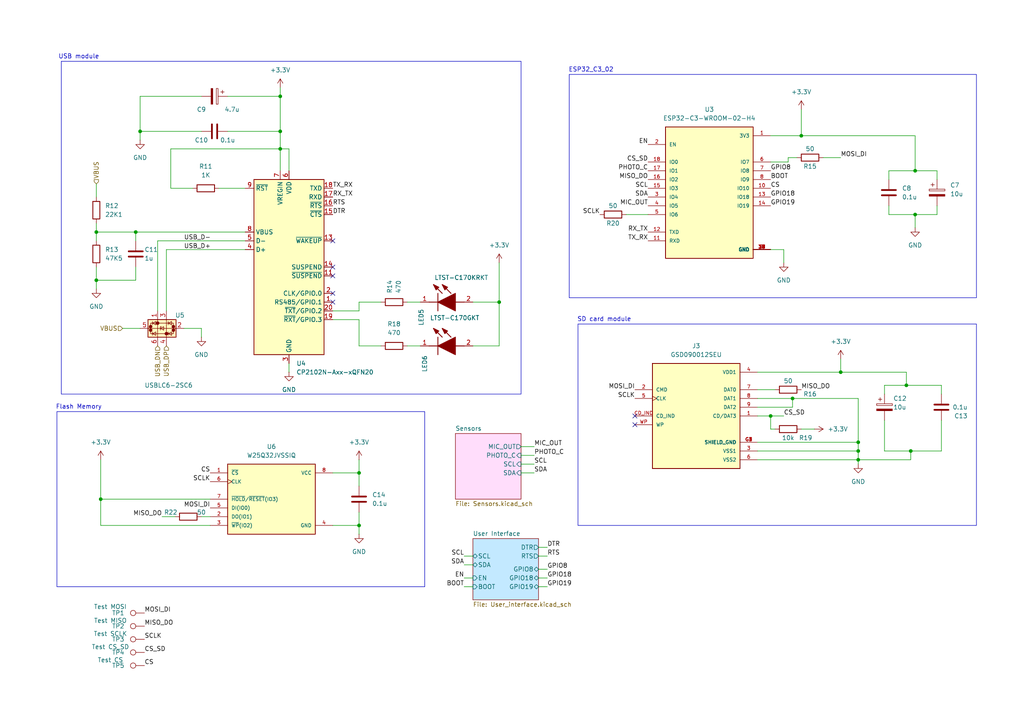
<source format=kicad_sch>
(kicad_sch (version 20250114) (generator "eeschema") (generator_version "9.0")
  (paper "A4")
  (title_block (title "ESP32 Cs, USB and flash memory"))
  (lib_symbols
    (symbol "Connector:TestPoint" (pin_numbers (hide yes)) (pin_names (offset 0.762) (hide yes))
      (property "Reference" "TP" (at 0 6.858 0))
      (property "Value" "TestPoint" (at 0 5.08 0))
      (symbol "TestPoint_0_1"
        (circle (center 0 3.302) (radius 0.762))
      )
      (symbol "TestPoint_1_1"
        (pin passive line (at 0 0 90) (length 2.54) (name "1") (number "1"))
      )
    )
    (symbol "Device:C" (pin_numbers (hide yes)) (pin_names (offset 0.254))
      (property "Reference" "C" (at 0.635 2.54 0))
      (property "Value" "C" (at 0.635 -2.54 0))
      (symbol "C_0_1"
        (polyline (pts (xy -2.032 0.762) (xy 2.032 0.762)) (stroke (width 0.508)))
        (polyline (pts (xy -2.032 -0.762) (xy 2.032 -0.762)) (stroke (width 0.508)))
      )
      (symbol "C_1_1"
        (pin passive line (at 0 3.81 270) (length 2.794) (name "~") (number "1"))
        (pin passive line (at 0 -3.81 90) (length 2.794) (name "~") (number "2"))
      )
    )
    (symbol "Device:C_Polarized" (pin_numbers (hide yes)) (pin_names (offset 0.254))
      (property "Reference" "C" (at 0.635 2.54 0))
      (property "Value" "C_Polarized" (at 0.635 -2.54 0))
      (symbol "C_Polarized_0_1"
        (rectangle (start -2.286 0.508) (end 2.286 1.016))
        (polyline (pts (xy -1.778 2.286) (xy -0.762 2.286)))
        (polyline (pts (xy -1.27 2.794) (xy -1.27 1.778)))
        (rectangle (start 2.286 -0.508) (end -2.286 -1.016) (fill (type outline)))
      )
      (symbol "C_Polarized_1_1"
        (pin passive line (at 0 3.81 270) (length 2.794) (name "~") (number "1"))
        (pin passive line (at 0 -3.81 90) (length 2.794) (name "~") (number "2"))
      )
    )
    (symbol "Device:R" (pin_numbers (hide yes)) (pin_names (offset 0))
      (property "Reference" "R" (at 2.032 0 90))
      (property "Value" "R" (at 0 0 90))
      (symbol "R_0_1"
        (rectangle (start -1.016 -2.54) (end 1.016 2.54) (stroke (width 0.254)))
      )
      (symbol "R_1_1"
        (pin passive line (at 0 3.81 270) (length 1.27) (name "~") (number "1"))
        (pin passive line (at 0 -3.81 90) (length 1.27) (name "~") (number "2"))
      )
    )
    (symbol "ESP32-C3-WROOM-02-H4:ESP32-C3-WROOM-02-H4" (pin_names (offset 1.016))
      (property "Reference" "U" (at -12.7 21.082 0))
      (property "Value" "ESP32-C3-WROOM-02-H4" (at -12.7 -18.542 0))
      (symbol "ESP32-C3-WROOM-02-H4_0_0"
        (rectangle (start -12.7 -17.78) (end 12.7 20.32) (stroke (width 0.254)) (fill (type background)))
        (pin input line (at -17.78 15.24 0) (length 5.08) (name "EN") (number "2"))
        (pin bidirectional line (at -17.78 10.16 0) (length 5.08) (name "IO0") (number "18"))
        (pin bidirectional line (at -17.78 7.62 0) (length 5.08) (name "IO1") (number "17"))
        (pin bidirectional line (at -17.78 5.08 0) (length 5.08) (name "IO2") (number "16"))
        (pin bidirectional line (at -17.78 2.54 0) (length 5.08) (name "IO3") (number "15"))
        (pin bidirectional line (at -17.78 0 0) (length 5.08) (name "IO4") (number "3"))
        (pin bidirectional line (at -17.78 -2.54 0) (length 5.08) (name "IO5") (number "4"))
        (pin bidirectional line (at -17.78 -5.08 0) (length 5.08) (name "IO6") (number "5"))
        (pin bidirectional line (at -17.78 -10.16 0) (length 5.08) (name "TXD") (number "12"))
        (pin bidirectional line (at -17.78 -12.7 0) (length 5.08) (name "RXD") (number "11"))
        (pin power_in line (at 17.78 17.78 180) (length 5.08) (name "3V3") (number "1"))
        (pin bidirectional line (at 17.78 10.16 180) (length 5.08) (name "IO7") (number "6"))
        (pin bidirectional line (at 17.78 7.62 180) (length 5.08) (name "IO8") (number "7"))
        (pin bidirectional line (at 17.78 5.08 180) (length 5.08) (name "IO9") (number "8"))
        (pin bidirectional line (at 17.78 2.54 180) (length 5.08) (name "IO10") (number "10"))
        (pin bidirectional line (at 17.78 0 180) (length 5.08) (name "IO18") (number "13"))
        (pin bidirectional line (at 17.78 -2.54 180) (length 5.08) (name "IO19") (number "14"))
        (pin power_in line (at 17.78 -15.24 180) (length 5.08) (name "GND") (number "19"))
        (pin power_in line (at 17.78 -15.24 180) (length 5.08) (name "GND") (number "20"))
        (pin power_in line (at 17.78 -15.24 180) (length 5.08) (name "GND") (number "21"))
        (pin power_in line (at 17.78 -15.24 180) (length 5.08) (name "GND") (number "22"))
        (pin power_in line (at 17.78 -15.24 180) (length 5.08) (name "GND") (number "23"))
        (pin power_in line (at 17.78 -15.24 180) (length 5.08) (name "GND") (number "24"))
        (pin power_in line (at 17.78 -15.24 180) (length 5.08) (name "GND") (number "25"))
        (pin power_in line (at 17.78 -15.24 180) (length 5.08) (name "GND") (number "26"))
        (pin power_in line (at 17.78 -15.24 180) (length 5.08) (name "GND") (number "27"))
        (pin power_in line (at 17.78 -15.24 180) (length 5.08) (name "GND") (number "28"))
        (pin power_in line (at 17.78 -15.24 180) (length 5.08) (name "GND") (number "29"))
        (pin power_in line (at 17.78 -15.24 180) (length 5.08) (name "GND") (number "30"))
        (pin power_in line (at 17.78 -15.24 180) (length 5.08) (name "GND") (number "31"))
        (pin power_in line (at 17.78 -15.24 180) (length 5.08) (name "GND") (number "32"))
        (pin power_in line (at 17.78 -15.24 180) (length 5.08) (name "GND") (number "33"))
        (pin power_in line (at 17.78 -15.24 180) (length 5.08) (name "GND") (number "34"))
        (pin power_in line (at 17.78 -15.24 180) (length 5.08) (name "GND") (number "35"))
        (pin power_in line (at 17.78 -15.24 180) (length 5.08) (name "GND") (number "36"))
        (pin power_in line (at 17.78 -15.24 180) (length 5.08) (name "GND") (number "37"))
        (pin power_in line (at 17.78 -15.24 180) (length 5.08) (name "GND") (number "38"))
        (pin power_in line (at 17.78 -15.24 180) (length 5.08) (name "GND") (number "39"))
        (pin power_in line (at 17.78 -15.24 180) (length 5.08) (name "GND") (number "9"))
      )
    )
    (symbol "GSD090012SEU:GSD090012SEU" (pin_names (offset 1.016))
      (property "Reference" "J" (at -12.7 16.002 0))
      (property "Value" "GSD090012SEU" (at -12.7 -17.78 0))
      (symbol "GSD090012SEU_0_0"
        (rectangle (start -12.7 -15.24) (end 12.7 15.24) (stroke (width 0.254)) (fill (type background)))
        (pin bidirectional line (at -17.78 7.62 0) (length 5.08) (name "CMD") (number "2"))
        (pin bidirectional clock (at -17.78 5.08 0) (length 5.08) (name "CLK") (number "5"))
        (pin passive line (at -17.78 0 0) (length 5.08) (name "CD_IND") (number "CD_IND"))
        (pin passive line (at -17.78 -2.54 0) (length 5.08) (name "WP") (number "WP"))
        (pin power_in line (at 17.78 12.7 180) (length 5.08) (name "VDD1") (number "4"))
        (pin bidirectional line (at 17.78 7.62 180) (length 5.08) (name "DAT0") (number "7"))
        (pin bidirectional line (at 17.78 5.08 180) (length 5.08) (name "DAT1") (number "8"))
        (pin bidirectional line (at 17.78 2.54 180) (length 5.08) (name "DAT2") (number "9"))
        (pin bidirectional line (at 17.78 0 180) (length 5.08) (name "CD/DAT3") (number "1"))
        (pin power_in line (at 17.78 -7.62 180) (length 5.08) (name "SHIELD_GND") (number "G1"))
        (pin power_in line (at 17.78 -7.62 180) (length 5.08) (name "SHIELD_GND") (number "G2"))
        (pin power_in line (at 17.78 -7.62 180) (length 5.08) (name "SHIELD_GND") (number "G3"))
        (pin power_in line (at 17.78 -7.62 180) (length 5.08) (name "SHIELD_GND") (number "G4"))
        (pin power_in line (at 17.78 -10.16 180) (length 5.08) (name "VSS1") (number "3"))
        (pin power_in line (at 17.78 -12.7 180) (length 5.08) (name "VSS2") (number "6"))
      )
    )
    (symbol "Interface_USB:CP2102N-Axx-xQFN20"
      (property "Reference" "U" (at -8.89 26.67 0))
      (property "Value" "CP2102N-Axx-xQFN20" (at 12.7 26.67 0))
      (symbol "CP2102N-Axx-xQFN20_0_1"
        (rectangle (start -10.16 25.4) (end 10.16 -25.4) (stroke (width 0.254)) (fill (type background)))
      )
      (symbol "CP2102N-Axx-xQFN20_1_1"
        (pin input line (at -12.7 22.86 0) (length 2.54) (name "~{RST}") (number "9"))
        (pin input line (at -12.7 10.16 0) (length 2.54) (name "VBUS") (number "8"))
        (pin bidirectional line (at -12.7 7.62 0) (length 2.54) (name "D-") (number "5"))
        (pin bidirectional line (at -12.7 5.08 0) (length 2.54) (name "D+") (number "4"))
        (pin no_connect line (at -10.16 -22.86 0) (length 2.54) (hide yes) (name "NC") (number "10"))
        (pin power_in line (at -2.54 27.94 270) (length 2.54) (name "VREGIN") (number "7"))
        (pin power_in line (at 0 27.94 270) (length 2.54) (name "VDD") (number "6"))
        (pin passive line (at 0 -27.94 90) (length 2.54) (hide yes) (name "GND") (number "12"))
        (pin passive line (at 0 -27.94 90) (length 2.54) (hide yes) (name "GND") (number "21"))
        (pin power_in line (at 0 -27.94 90) (length 2.54) (name "GND") (number "3"))
        (pin output line (at 12.7 22.86 180) (length 2.54) (name "TXD") (number "18"))
        (pin input line (at 12.7 20.32 180) (length 2.54) (name "RXD") (number "17"))
        (pin output line (at 12.7 17.78 180) (length 2.54) (name "~{RTS}") (number "16"))
        (pin input line (at 12.7 15.24 180) (length 2.54) (name "~{CTS}") (number "15"))
        (pin input line (at 12.7 7.62 180) (length 2.54) (name "~{WAKEUP}") (number "13"))
        (pin output line (at 12.7 0 180) (length 2.54) (name "SUSPEND") (number "14"))
        (pin output line (at 12.7 -2.54 180) (length 2.54) (name "~{SUSPEND}") (number "11"))
        (pin bidirectional line (at 12.7 -7.62 180) (length 2.54) (name "CLK/GPIO.0") (number "2"))
        (pin bidirectional line (at 12.7 -10.16 180) (length 2.54) (name "RS485/GPIO.1") (number "1"))
        (pin bidirectional line (at 12.7 -12.7 180) (length 2.54) (name "~{TXT}/GPIO.2") (number "20"))
        (pin bidirectional line (at 12.7 -15.24 180) (length 2.54) (name "~{RXT}/GPIO.3") (number "19"))
      )
    )
    (symbol "LTST-C170GKT:LTST-C170GKT" (pin_names (hide yes))
      (property "Reference" "LED" (at 12.7 8.89 0))
      (property "Value" "LTST-C170GKT" (at 12.7 6.35 0))
      (symbol "LTST-C170GKT_1_1"
        (polyline (pts (xy 2.54 0) (xy 5.08 0)) (stroke (width 0.254)))
        (polyline (pts (xy 5.08 2.54) (xy 5.08 -2.54)) (stroke (width 0.254)))
        (polyline (pts (xy 5.08 0) (xy 10.16 2.54) (xy 10.16 -2.54) (xy 5.08 0)) (stroke (width 0.254)) (fill (type outline)))
        (polyline (pts (xy 5.334 4.318) (xy 4.572 3.556) (xy 3.81 5.08) (xy 5.334 4.318)) (stroke (width 0.254)) (fill (type outline)))
        (polyline (pts (xy 6.35 2.54) (xy 3.81 5.08)) (stroke (width 0.254)))
        (polyline (pts (xy 7.874 4.318) (xy 7.112 3.556) (xy 6.35 5.08) (xy 7.874 4.318)) (stroke (width 0.254)) (fill (type outline)))
        (polyline (pts (xy 8.89 2.54) (xy 6.35 5.08)) (stroke (width 0.254)))
        (polyline (pts (xy 10.16 0) (xy 12.7 0)) (stroke (width 0.254)))
        (pin passive line (at 0 0 0) (length 2.54) (name "K") (number "1"))
        (pin passive line (at 15.24 0 180) (length 2.54) (name "A") (number "2"))
      )
    )
    (symbol "LTST-C170KRKT:LTST-C170KRKT" (pin_names (hide yes))
      (property "Reference" "LED" (at 12.7 8.89 0))
      (property "Value" "LTST-C170KRKT" (at 12.7 6.35 0))
      (symbol "LTST-C170KRKT_1_1"
        (polyline (pts (xy 2.54 0) (xy 5.08 0)) (stroke (width 0.254)))
        (polyline (pts (xy 5.08 2.54) (xy 5.08 -2.54)) (stroke (width 0.254)))
        (polyline (pts (xy 5.08 0) (xy 10.16 2.54) (xy 10.16 -2.54) (xy 5.08 0)) (stroke (width 0.254)) (fill (type outline)))
        (polyline (pts (xy 5.334 4.318) (xy 4.572 3.556) (xy 3.81 5.08) (xy 5.334 4.318)) (stroke (width 0.254)) (fill (type outline)))
        (polyline (pts (xy 6.35 2.54) (xy 3.81 5.08)) (stroke (width 0.254)))
        (polyline (pts (xy 7.874 4.318) (xy 7.112 3.556) (xy 6.35 5.08) (xy 7.874 4.318)) (stroke (width 0.254)) (fill (type outline)))
        (polyline (pts (xy 8.89 2.54) (xy 6.35 5.08)) (stroke (width 0.254)))
        (polyline (pts (xy 10.16 0) (xy 12.7 0)) (stroke (width 0.254)))
        (pin passive line (at 0 0 0) (length 2.54) (name "K") (number "1"))
        (pin passive line (at 15.24 0 180) (length 2.54) (name "A") (number "2"))
      )
    )
    (symbol "Power_Protection:USBLC6-2SC6" (pin_names (hide yes))
      (property "Reference" "U" (at 0.635 5.715 0))
      (property "Value" "USBLC6-2SC6" (at 0.635 3.81 0))
      (symbol "USBLC6-2SC6_0_0"
        (circle (center -1.524 0) (radius 0.0001) (stroke (width 0.508)))
        (circle (center -0.508 2.032) (radius 0.0001) (stroke (width 0.508)))
        (circle (center -0.508 -4.572) (radius 0.0001) (stroke (width 0.508)))
        (circle (center 0.508 2.032) (radius 0.0001) (stroke (width 0.508)))
        (circle (center 0.508 -4.572) (radius 0.0001) (stroke (width 0.508)))
        (circle (center 1.524 -2.54) (radius 0.0001) (stroke (width 0.508)))
      )
      (symbol "USBLC6-2SC6_0_1"
        (polyline (pts (xy -2.54 0) (xy 2.54 0)))
        (polyline (pts (xy -2.54 -2.54) (xy 2.54 -2.54)))
        (polyline (pts (xy -2.032 0.508) (xy -1.016 0.508) (xy -1.524 1.524) (xy -2.032 0.508)))
        (polyline (pts (xy -2.032 -3.048) (xy -1.016 -3.048)))
        (polyline (pts (xy -1.016 1.524) (xy -2.032 1.524)))
        (polyline (pts (xy -1.016 -4.064) (xy -2.032 -4.064) (xy -1.524 -3.048) (xy -1.016 -4.064)))
        (polyline (pts (xy -0.508 -1.143) (xy -0.508 -0.762) (xy 0.508 -0.762)))
        (polyline (pts (xy 0 2.54) (xy -0.508 2.032) (xy 0.508 2.032) (xy 0 1.524) (xy 0 -4.064) (xy -0.508 -4.572) (xy 0.508 -4.572) (xy 0 -5.08)))
        (polyline (pts (xy 0.508 -1.778) (xy -0.508 -1.778) (xy 0 -0.762) (xy 0.508 -1.778)))
        (polyline (pts (xy 1.016 1.524) (xy 2.032 1.524)))
        (polyline (pts (xy 1.016 -3.048) (xy 2.032 -3.048)))
        (polyline (pts (xy 2.032 0.508) (xy 1.016 0.508) (xy 1.524 1.524) (xy 2.032 0.508)))
        (polyline (pts (xy 2.032 -4.064) (xy 1.016 -4.064) (xy 1.524 -3.048) (xy 2.032 -4.064)))
      )
      (symbol "USBLC6-2SC6_1_1"
        (rectangle (start -2.54 2.794) (end 2.54 -5.334) (stroke (width 0.254)) (fill (type background)))
        (polyline (pts (xy -0.508 2.032) (xy -1.524 2.032) (xy -1.524 -4.572) (xy -0.508 -4.572)))
        (polyline (pts (xy 0.508 -4.572) (xy 1.524 -4.572) (xy 1.524 2.032) (xy 0.508 2.032)))
        (pin passive line (at -5.08 0 0) (length 2.54) (name "I/O1") (number "1"))
        (pin passive line (at -5.08 -2.54 0) (length 2.54) (name "I/O2") (number "3"))
        (pin passive line (at 0 5.08 270) (length 2.54) (name "VBUS") (number "5"))
        (pin passive line (at 0 -7.62 90) (length 2.54) (name "GND") (number "2"))
        (pin passive line (at 5.08 0 180) (length 2.54) (name "I/O1") (number "6"))
        (pin passive line (at 5.08 -2.54 180) (length 2.54) (name "I/O2") (number "4"))
      )
    )
    (symbol "W25Q32JVSSIQ:W25Q32JVSSIQ" (pin_names (offset 1.016))
      (property "Reference" "U" (at -12.4723 10.945 0))
      (property "Value" "W25Q32JVSSIQ" (at -12.4744 -12.2198 0))
      (symbol "W25Q32JVSSIQ_0_0"
        (rectangle (start -12.7 -10.16) (end 12.7 10.16) (stroke (width 0.254)) (fill (type background)))
        (pin input line (at -17.78 7.62 0) (length 5.08) (name "~{CS}") (number "1"))
        (pin input clock (at -17.78 5.08 0) (length 5.08) (name "CLK") (number "6"))
        (pin bidirectional line (at -17.78 0 0) (length 5.08) (name "~{HOLD}/~{RESET}(IO3)") (number "7"))
        (pin bidirectional line (at -17.78 -2.54 0) (length 5.08) (name "DI(IO0)") (number "5"))
        (pin bidirectional line (at -17.78 -5.08 0) (length 5.08) (name "DO(IO1)") (number "2"))
        (pin bidirectional line (at -17.78 -7.62 0) (length 5.08) (name "~{WP}(IO2)") (number "3"))
        (pin power_in line (at 17.78 7.62 180) (length 5.08) (name "VCC") (number "8"))
        (pin power_in line (at 17.78 -7.62 180) (length 5.08) (name "GND") (number "4"))
      )
    )
    (symbol "power:+3.3V" (power) (pin_numbers (hide yes)) (pin_names (offset 0) (hide yes))
      (property "Value" "+3.3V" (at 0 3.556 0))
      (symbol "+3.3V_0_1"
        (polyline (pts (xy -0.762 1.27) (xy 0 2.54)))
        (polyline (pts (xy 0 2.54) (xy 0.762 1.27)))
        (polyline (pts (xy 0 0) (xy 0 2.54)))
      )
      (symbol "+3.3V_1_1"
        (pin power_in line (at 0 0 90) (length 0) (name "~") (number "1"))
      )
    )
    (symbol "power:GND" (power) (pin_numbers (hide yes)) (pin_names (offset 0) (hide yes))
      (property "Value" "GND" (at 0 -3.81 0))
      (symbol "GND_0_1"
        (polyline (pts (xy 0 0) (xy 0 -1.27) (xy 1.27 -1.27) (xy 0 -2.54) (xy -1.27 -1.27) (xy 0 -1.27)))
      )
      (symbol "GND_1_1"
        (pin power_in line (at 0 0 270) (length 0) (name "~") (number "1"))
      )
    )
  )
  (rectangle (start 167.64 93.98) (end 283.21 152.4))
  (rectangle (start 17.78 17.78) (end 151.13 114.3))
  (rectangle (start 16.51 119.38) (end 123.19 170.18))
  (rectangle (start 165.1 21.59) (end 283.21 86.36))
  (text "Flash Memory" (at 22.86 118.11 0) (effects (font (size 1.27 1.27))))
  (text "ESP32_C3_02\n" (at 171.45 20.32 0) (effects (font (size 1.27 1.27))))
  (text "SD card module\n" (at 175.26 92.71 0) (effects (font (size 1.27 1.27))))
  (text "USB module" (at 22.86 16.51 0) (effects (font (size 1.27 1.27))))
  (junction (at 81.28 43.18))
  (junction (at 81.28 38.1))
  (junction (at 232.41 39.37))
  (junction (at 144.78 87.63))
  (junction (at 27.94 81.28))
  (junction (at 265.43 49.53))
  (junction (at 243.84 107.95))
  (junction (at 223.52 120.65))
  (junction (at 104.14 137.16))
  (junction (at 229.87 115.57))
  (junction (at 248.92 130.81))
  (junction (at 40.64 38.1))
  (junction (at 265.43 62.23))
  (junction (at 264.16 130.81))
  (junction (at 248.92 133.35))
  (junction (at 39.37 67.31))
  (junction (at 262.89 111.76))
  (junction (at 81.28 27.94))
  (junction (at 104.14 152.4))
  (junction (at 29.21 144.78))
  (junction (at 248.92 128.27))
  (junction (at 27.94 67.31))
  (no_connect (at 96.52 87.63))
  (no_connect (at 96.52 77.47))
  (no_connect (at 96.52 69.85))
  (no_connect (at 96.52 80.01))
  (no_connect (at 184.15 120.65))
  (no_connect (at 184.15 123.19))
  (no_connect (at 96.52 85.09))
  (wire (pts (xy 81.28 43.18) (xy 81.28 49.53)))
  (wire (pts (xy 110.49 87.63) (xy 104.14 87.63)))
  (wire (pts (xy 257.81 62.23) (xy 265.43 62.23)))
  (wire (pts (xy 40.64 38.1) (xy 40.64 40.64)))
  (wire (pts (xy 53.34 95.25) (xy 58.42 95.25)))
  (wire (pts (xy 264.16 130.81) (xy 273.05 130.81)))
  (wire (pts (xy 104.14 137.16) (xy 104.14 140.97)))
  (wire (pts (xy 262.89 107.95) (xy 262.89 111.76)))
  (wire (pts (xy 264.16 130.81) (xy 264.16 133.35)))
  (wire (pts (xy 144.78 87.63) (xy 144.78 100.33)))
  (wire (pts (xy 66.04 27.94) (xy 81.28 27.94)))
  (wire (pts (xy 223.52 39.37) (xy 232.41 39.37)))
  (wire (pts (xy 27.94 53.34) (xy 27.94 57.15)))
  (wire (pts (xy 232.41 39.37) (xy 265.43 39.37)))
  (wire (pts (xy 181.61 62.23) (xy 187.96 62.23)))
  (wire (pts (xy 228.6 45.72) (xy 231.14 45.72)))
  (wire (pts (xy 96.52 137.16) (xy 104.14 137.16)))
  (wire (pts (xy 232.41 124.46) (xy 236.22 124.46)))
  (wire (pts (xy 104.14 87.63) (xy 104.14 90.17)))
  (wire (pts (xy 156.21 158.75) (xy 158.75 158.75)))
  (wire (pts (xy 219.71 130.81) (xy 248.92 130.81)))
  (wire (pts (xy 58.42 149.86) (xy 60.96 149.86)))
  (wire (pts (xy 232.41 31.75) (xy 232.41 39.37)))
  (wire (pts (xy 219.71 133.35) (xy 248.92 133.35)))
  (wire (pts (xy 45.72 90.17) (xy 45.72 69.85)))
  (wire (pts (xy 229.87 115.57) (xy 248.92 115.57)))
  (wire (pts (xy 151.13 132.08) (xy 154.94 132.08)))
  (wire (pts (xy 144.78 76.2) (xy 144.78 87.63)))
  (wire (pts (xy 27.94 81.28) (xy 27.94 83.82)))
  (wire (pts (xy 39.37 67.31) (xy 71.12 67.31)))
  (wire (pts (xy 134.62 163.83) (xy 137.16 163.83)))
  (wire (pts (xy 273.05 114.3) (xy 273.05 111.76)))
  (wire (pts (xy 81.28 27.94) (xy 81.28 38.1)))
  (wire (pts (xy 48.26 90.17) (xy 48.26 72.39)))
  (wire (pts (xy 156.21 170.18) (xy 158.75 170.18)))
  (wire (pts (xy 219.71 128.27) (xy 248.92 128.27)))
  (wire (pts (xy 257.81 52.07) (xy 257.81 49.53)))
  (wire (pts (xy 223.52 46.99) (xy 228.6 46.99)))
  (wire (pts (xy 46.99 149.86) (xy 50.8 149.86)))
  (wire (pts (xy 265.43 62.23) (xy 271.78 62.23)))
  (wire (pts (xy 45.72 69.85) (xy 71.12 69.85)))
  (wire (pts (xy 66.04 38.1) (xy 81.28 38.1)))
  (wire (pts (xy 49.53 54.61) (xy 49.53 43.18)))
  (wire (pts (xy 264.16 133.35) (xy 248.92 133.35)))
  (wire (pts (xy 248.92 133.35) (xy 248.92 134.62)))
  (wire (pts (xy 256.54 130.81) (xy 264.16 130.81)))
  (wire (pts (xy 256.54 121.92) (xy 256.54 130.81)))
  (wire (pts (xy 118.11 100.33) (xy 121.92 100.33)))
  (wire (pts (xy 137.16 100.33) (xy 144.78 100.33)))
  (wire (pts (xy 29.21 144.78) (xy 29.21 133.35)))
  (wire (pts (xy 223.52 120.65) (xy 219.71 120.65)))
  (wire (pts (xy 271.78 49.53) (xy 271.78 52.07)))
  (wire (pts (xy 265.43 49.53) (xy 271.78 49.53)))
  (wire (pts (xy 156.21 167.64) (xy 158.75 167.64)))
  (wire (pts (xy 55.88 54.61) (xy 49.53 54.61)))
  (wire (pts (xy 228.6 46.99) (xy 228.6 45.72)))
  (wire (pts (xy 248.92 115.57) (xy 248.92 128.27)))
  (wire (pts (xy 104.14 92.71) (xy 104.14 100.33)))
  (wire (pts (xy 134.62 170.18) (xy 137.16 170.18)))
  (wire (pts (xy 223.52 72.39) (xy 227.33 72.39)))
  (wire (pts (xy 118.11 87.63) (xy 121.92 87.63)))
  (wire (pts (xy 256.54 111.76) (xy 262.89 111.76)))
  (wire (pts (xy 29.21 152.4) (xy 60.96 152.4)))
  (wire (pts (xy 134.62 161.29) (xy 137.16 161.29)))
  (wire (pts (xy 219.71 107.95) (xy 243.84 107.95)))
  (wire (pts (xy 29.21 152.4) (xy 29.21 144.78)))
  (wire (pts (xy 81.28 25.4) (xy 81.28 27.94)))
  (wire (pts (xy 81.28 38.1) (xy 81.28 43.18)))
  (wire (pts (xy 63.5 54.61) (xy 71.12 54.61)))
  (wire (pts (xy 40.64 38.1) (xy 58.42 38.1)))
  (wire (pts (xy 27.94 77.47) (xy 27.94 81.28)))
  (wire (pts (xy 58.42 95.25) (xy 58.42 97.79)))
  (wire (pts (xy 271.78 62.23) (xy 271.78 59.69)))
  (wire (pts (xy 104.14 133.35) (xy 104.14 137.16)))
  (wire (pts (xy 27.94 67.31) (xy 39.37 67.31)))
  (wire (pts (xy 229.87 118.11) (xy 229.87 115.57)))
  (wire (pts (xy 265.43 62.23) (xy 265.43 66.04)))
  (wire (pts (xy 227.33 72.39) (xy 227.33 76.2)))
  (wire (pts (xy 137.16 87.63) (xy 144.78 87.63)))
  (wire (pts (xy 224.79 124.46) (xy 223.52 124.46)))
  (wire (pts (xy 29.21 144.78) (xy 60.96 144.78)))
  (wire (pts (xy 265.43 39.37) (xy 265.43 49.53)))
  (wire (pts (xy 58.42 27.94) (xy 40.64 27.94)))
  (wire (pts (xy 223.52 124.46) (xy 223.52 120.65)))
  (wire (pts (xy 83.82 105.41) (xy 83.82 107.95)))
  (wire (pts (xy 96.52 152.4) (xy 104.14 152.4)))
  (wire (pts (xy 243.84 104.14) (xy 243.84 107.95)))
  (wire (pts (xy 49.53 43.18) (xy 81.28 43.18)))
  (wire (pts (xy 227.33 120.65) (xy 223.52 120.65)))
  (wire (pts (xy 83.82 43.18) (xy 81.28 43.18)))
  (wire (pts (xy 219.71 118.11) (xy 229.87 118.11)))
  (wire (pts (xy 104.14 152.4) (xy 104.14 148.59)))
  (wire (pts (xy 156.21 161.29) (xy 158.75 161.29)))
  (wire (pts (xy 39.37 67.31) (xy 39.37 69.85)))
  (wire (pts (xy 238.76 45.72) (xy 243.84 45.72)))
  (wire (pts (xy 104.14 90.17) (xy 96.52 90.17)))
  (wire (pts (xy 48.26 72.39) (xy 71.12 72.39)))
  (wire (pts (xy 27.94 64.77) (xy 27.94 67.31)))
  (wire (pts (xy 40.64 27.94) (xy 40.64 38.1)))
  (wire (pts (xy 83.82 49.53) (xy 83.82 43.18)))
  (wire (pts (xy 151.13 137.16) (xy 154.94 137.16)))
  (wire (pts (xy 219.71 115.57) (xy 229.87 115.57)))
  (wire (pts (xy 257.81 49.53) (xy 265.43 49.53)))
  (wire (pts (xy 248.92 130.81) (xy 248.92 133.35)))
  (wire (pts (xy 104.14 100.33) (xy 110.49 100.33)))
  (wire (pts (xy 256.54 111.76) (xy 256.54 114.3)))
  (wire (pts (xy 134.62 167.64) (xy 137.16 167.64)))
  (wire (pts (xy 151.13 129.54) (xy 154.94 129.54)))
  (wire (pts (xy 96.52 92.71) (xy 104.14 92.71)))
  (wire (pts (xy 35.56 95.25) (xy 40.64 95.25)))
  (wire (pts (xy 151.13 134.62) (xy 154.94 134.62)))
  (wire (pts (xy 243.84 107.95) (xy 262.89 107.95)))
  (wire (pts (xy 39.37 77.47) (xy 39.37 81.28)))
  (wire (pts (xy 27.94 67.31) (xy 27.94 69.85)))
  (wire (pts (xy 219.71 113.03) (xy 224.79 113.03)))
  (wire (pts (xy 273.05 121.92) (xy 273.05 130.81)))
  (wire (pts (xy 248.92 128.27) (xy 248.92 130.81)))
  (wire (pts (xy 257.81 59.69) (xy 257.81 62.23)))
  (wire (pts (xy 39.37 81.28) (xy 27.94 81.28)))
  (wire (pts (xy 273.05 111.76) (xy 262.89 111.76)))
  (wire (pts (xy 156.21 165.1) (xy 158.75 165.1)))
  (wire (pts (xy 104.14 152.4) (xy 104.14 154.94)))
  (label "CS" (at 60.96 137.16 180))
  (label "MISO_DO" (at 46.99 149.86 180))
  (label "EN" (at 134.62 167.64 180))
  (label "MISO_DO" (at 232.41 113.03 0))
  (label "SCLK" (at 173.99 62.23 180))
  (label "CS" (at 223.52 54.61 0))
  (label "MISO_DO" (at 187.96 52.07 180))
  (label "SCLK" (at 184.15 115.57 180))
  (label "GPIO19" (at 158.75 170.18 0))
  (label "GPIO18" (at 223.52 57.15 0))
  (label "SDA" (at 134.62 163.83 180))
  (label "RTS" (at 96.52 59.69 0))
  (label "MOSI_DI" (at 60.96 147.32 180))
  (label "GPIO19" (at 223.52 59.69 0))
  (label "SCLK" (at 41.91 185.42 0))
  (label "TX_RX" (at 187.96 69.85 180))
  (label "GPIO8" (at 158.75 165.1 0))
  (label "PHOTO_C" (at 187.96 49.53 180))
  (label "CS" (at 41.91 193.04 0))
  (label "DTR" (at 96.52 62.23 0))
  (label "CS_SD" (at 187.96 46.99 180))
  (label "MOSI_DI" (at 184.15 113.03 180))
  (label "SCL" (at 134.62 161.29 180))
  (label "DTR" (at 158.75 158.75 0))
  (label "CS_SD" (at 41.91 189.23 0))
  (label "GPIO18" (at 158.75 167.64 0))
  (label "SDA" (at 154.94 137.16 0))
  (label "SCLK" (at 60.96 139.7 180))
  (label "MIC_OUT" (at 187.96 59.69 180))
  (label "MOSI_DI" (at 243.84 45.72 0))
  (label "SCL" (at 187.96 54.61 180))
  (label "BOOT" (at 134.62 170.18 180))
  (label "RX_TX" (at 187.96 67.31 180))
  (label "BOOT" (at 223.52 52.07 0))
  (label "MIC_OUT" (at 154.94 129.54 0))
  (label "USB_D+" (at 53.34 72.39 0))
  (label "RTS" (at 158.75 161.29 0))
  (label "EN" (at 187.96 41.91 180))
  (label "TX_RX" (at 96.52 54.61 0))
  (label "PHOTO_C" (at 154.94 132.08 0))
  (label "SDA" (at 187.96 57.15 180))
  (label "MOSI_DI" (at 41.91 177.8 0))
  (label "MISO_DO" (at 41.91 181.61 0))
  (label "GPIO8" (at 223.52 49.53 0))
  (label "RX_TX" (at 96.52 57.15 0))
  (label "USB_D-" (at 53.34 69.85 0))
  (label "SCL" (at 154.94 134.62 0))
  (label "CS_SD" (at 227.33 120.65 0))
  (hierarchical_label "VBUS" (shape input) (at 35.56 95.25 180))
  (hierarchical_label "USB_DP" (shape input) (at 48.26 100.33 270))
  (hierarchical_label "VBUS" (shape input) (at 27.94 53.34 90))
  (hierarchical_label "USB_DN" (shape input) (at 45.72 100.33 270))
  (symbol (lib_id "power:GND") (at 83.82 107.95 0) (unit 1)
    (property "Reference" "#PWR056" (effects (hide yes)))
    (property "Value" "GND" (at 83.82 113.03 0))
    (property "Description" "Power symbol creates a global label with name \"GND\" , ground" (effects (hide yes)))
  )
  (symbol (lib_id "Device:R") (at 27.94 60.96 0) (unit 1)
    (property "Reference" "R12" (at 30.48 59.6899 0) (effects (justify left)))
    (property "Value" "22K1" (at 30.48 62.2299 0) (effects (justify left)))
    (property "Footprint" "Resistor_SMD:R_0805_2012Metric" (effects (hide yes)))
    (property "Description" "Resistor" (effects (hide yes)))
  )
  (symbol (lib_id "LTST-C170GKT:LTST-C170GKT") (at 121.92 87.63 0) (unit 1)
    (property "Reference" "LED5" (at 122.174 94.488 90) (effects (justify left)))
    (property "Value" "LTST-C170GKT" (at 124.714 92.202 0) (effects (justify left)))
    (property "Footprint" "ESP32 Project Footprints:LEDC2012X120N" (effects (hide yes)))
    (property "Datasheet" "https://mm.digikey.com/Volume0/opasdata/d220001/medias/docus/895/LTST-C170GKT.pdf" (effects (hide yes)))
    (property "Description" "LED,SMD,0805,Green,6mcd,130deg Lite-On LTST-C170GKT, CHIPLED 0805 Series Green LED, 569 nm 2012 (0805), Rectangle Lens SMD package" (effects (hide yes)))
    (property "Height" "1.2" (effects (hide yes)))
    (property "Manufacturer_Name" "Lite-On" (effects (hide yes)))
    (property "Manufacturer_Part_Number" "LTST-C170GKT" (effects (hide yes)))
    (property "Mouser Part Number" "859-LTST-C170GKT" (effects (hide yes)))
    (property "Mouser Price/Stock" "https://www.mouser.co.uk/ProductDetail/Lite-On/LTST-C170GKT?qs=%2FSqKn2EfXQSV5aRij3YIfQ%3D%3D" (effects (hide yes)))
    (property "Arrow Part Number" "LTST-C170GKT" (effects (hide yes)))
    (property "Arrow Price/Stock" "https://www.arrow.com/en/products/ltst-c170gkt/lite-on-technology?utm_currency=USD&region=nac" (effects (hide yes)))
  )
  (symbol (lib_id "power:GND") (at 227.33 76.2 0) (unit 1)
    (property "Reference" "#PWR025" (effects (hide yes)))
    (property "Value" "GND" (at 227.33 81.28 0))
    (property "Description" "Power symbol creates a global label with name \"GND\" , ground" (effects (hide yes)))
  )
  (symbol (lib_id "Device:R") (at 54.61 149.86 90) (unit 1)
    (property "Reference" "R22" (at 49.53 148.59 90))
    (property "Value" "50" (at 58.42 148.59 90))
    (property "Footprint" "Resistor_SMD:R_0805_2012Metric" (effects (hide yes)))
    (property "Description" "Resistor" (effects (hide yes)))
  )
  (symbol (lib_id "Device:C") (at 273.05 118.11 180) (unit 1)
    (property "Reference" "C13" (at 280.67 120.65 0) (effects (justify left)))
    (property "Value" "0.1u" (at 280.67 118.11 0) (effects (justify left)))
    (property "Footprint" "Capacitor_SMD:C_0805_2012Metric" (effects (hide yes)))
    (property "Description" "Unpolarized capacitor" (effects (hide yes)))
  )
  (symbol (lib_id "power:+3.3V") (at 236.22 124.46 270) (unit 1)
    (property "Reference" "#PWR028" (effects (hide yes)))
    (property "Value" "+3.3V" (at 240.03 124.4599 90) (effects (justify left)))
    (property "Description" "Power symbol creates a global label with name \"+3.3V\"" (effects (hide yes)))
  )
  (symbol (lib_id "Interface_USB:CP2102N-Axx-xQFN20") (at 83.82 77.47 0) (unit 1)
    (property "Reference" "U4" (at 85.9633 105.41 0) (effects (justify left)))
    (property "Value" "CP2102N-Axx-xQFN20" (at 85.9633 107.95 0) (effects (justify left)))
    (property "Footprint" "Package_DFN_QFN:SiliconLabs_QFN-20-1EP_3x3mm_P0.5mm_EP1.8x1.8mm" (effects (hide yes)))
    (property "Datasheet" "https://www.silabs.com/documents/public/data-sheets/cp2102n-datasheet.pdf" (effects (hide yes)))
    (property "Description" "USB to UART master bridge, QFN-20" (effects (hide yes)))
  )
  (symbol (lib_id "Device:C") (at 104.14 144.78 0) (unit 1)
    (property "Reference" "C14" (at 107.95 143.5099 0) (effects (justify left)))
    (property "Value" "0.1u" (at 107.95 146.0499 0) (effects (justify left)))
    (property "Footprint" "Capacitor_SMD:C_0805_2012Metric" (effects (hide yes)))
    (property "Description" "Unpolarized capacitor" (effects (hide yes)))
  )
  (symbol (lib_id "ESP32-C3-WROOM-02-H4:ESP32-C3-WROOM-02-H4") (at 205.74 57.15 0) (unit 1)
    (property "Reference" "U3" (at 205.74 31.75 0))
    (property "Value" "ESP32-C3-WROOM-02-H4" (at 205.74 34.29 0))
    (property "Footprint" "ESP32 Project Footprints:MODULE_ESP32-C3-WROOM-02-H4" (effects (hide yes)))
    (property "MF" "Espressif Systems" (effects (hide yes)))
    (property "Description_1" "WiFi Modules (802.11) (Engineering Samples) SMD module, ESP32-C3, 4MB SPI flash, PCB antenna, -40 C +105 C" (effects (hide yes)))
    (property "Package" "Package" (effects (hide yes)))
    (property "Price" "None" (effects (hide yes)))
    (property "Check_prices" "https://www.snapeda.com/parts/ESP32-C3-WROOM-02-H4/Espressif+Systems/view-part/?ref=eda" (effects (hide yes)))
    (property "SnapEDA_Link" "https://www.snapeda.com/parts/ESP32-C3-WROOM-02-H4/Espressif+Systems/view-part/?ref=snap" (effects (hide yes)))
    (property "MP" "ESP32-C3-WROOM-02-H4" (effects (hide yes)))
    (property "Availability" "In Stock" (effects (hide yes)))
    (property "Purchase-URL" "https://pricing.snapeda.com/search/part/ESP32-C3-WROOM-02-H4/?ref=eda" (effects (hide yes)))
  )
  (symbol (lib_id "Connector:TestPoint") (at 41.91 177.8 90) (unit 1)
    (property "Reference" "TP1" (at 34.29 177.8 90))
    (property "Value" "Test MOSI" (at 31.9854 175.9662 90))
    (property "Footprint" "TestPoint:TestPoint_Pad_D1.0mm" (effects (hide yes)))
    (property "Description" "test point" (effects (hide yes)))
  )
  (symbol (lib_id "Connector:TestPoint") (at 41.91 189.23 90) (unit 1)
    (property "Reference" "TP4" (at 34.29 189.23 90))
    (property "Value" "Test CS_SD" (at 32.0145 187.6081 90))
    (property "Footprint" "TestPoint:TestPoint_Pad_D1.0mm" (effects (hide yes)))
    (property "Description" "test point" (effects (hide yes)))
  )
  (symbol (lib_id "LTST-C170KRKT:LTST-C170KRKT") (at 121.92 100.33 0) (unit 1)
    (property "Reference" "LED6" (at 123.19 107.95 90) (effects (justify left)))
    (property "Value" "LTST-C170KRKT" (at 125.984 80.518 0) (effects (justify left)))
    (property "Footprint" "ESP32 Project Footprints:LEDC2012X120N" (effects (hide yes)))
    (property "Datasheet" "https://componentsearchengine.com/Datasheets/1/LTST-C170KRKT.pdf" (effects (hide yes)))
    (property "Description" "Standard LEDs - SMD Red Clear 631nm" (effects (hide yes)))
    (property "Height" "1.2" (effects (hide yes)))
    (property "Manufacturer_Name" "Lite-On" (effects (hide yes)))
    (property "Manufacturer_Part_Number" "LTST-C170KRKT" (effects (hide yes)))
    (property "Mouser Part Number" "859-LTST-C170KRKT" (effects (hide yes)))
    (property "Mouser Price/Stock" "https://www.mouser.co.uk/ProductDetail/Lite-On/LTST-C170KRKT?qs=NUb82WqeCyrVOID%2Fxt4rgA%3D%3D" (effects (hide yes)))
    (property "Arrow Part Number" "LTST-C170KRKT" (effects (hide yes)))
    (property "Arrow Price/Stock" "https://www.arrow.com/en/products/ltst-c170krkt/lite-on-technology?utm_currency=USD&region=nac" (effects (hide yes)))
  )
  (symbol (lib_id "power:GND") (at 40.64 40.64 0) (unit 1)
    (property "Reference" "#PWR022" (effects (hide yes)))
    (property "Value" "GND" (at 40.64 45.72 0))
    (property "Description" "Power symbol creates a global label with name \"GND\" , ground" (effects (hide yes)))
  )
  (symbol (lib_id "Connector:TestPoint") (at 41.91 181.61 90) (unit 1)
    (property "Reference" "TP2" (at 34.29 181.61 90))
    (property "Value" "Test MISO" (at 32.0145 179.9881 90))
    (property "Footprint" "TestPoint:TestPoint_Pad_D1.0mm" (effects (hide yes)))
    (property "Description" "test point" (effects (hide yes)))
  )
  (symbol (lib_id "Device:R") (at 228.6 113.03 90) (unit 1)
    (property "Reference" "R16" (at 234.95 114.3 90))
    (property "Value" "50" (at 228.6 110.49 90))
    (property "Footprint" "Resistor_SMD:R_0805_2012Metric" (effects (hide yes)))
    (property "Description" "Resistor" (effects (hide yes)))
  )
  (symbol (lib_id "Device:R") (at 59.69 54.61 90) (unit 1)
    (property "Reference" "R11" (at 59.69 48.26 90))
    (property "Value" "1K" (at 59.69 50.8 90))
    (property "Footprint" "Resistor_SMD:R_0805_2012Metric" (effects (hide yes)))
    (property "Description" "Resistor" (effects (hide yes)))
  )
  (symbol (lib_id "Device:R") (at 27.94 73.66 0) (unit 1)
    (property "Reference" "R13" (at 30.48 72.3899 0) (effects (justify left)))
    (property "Value" "47K5" (at 30.48 74.9299 0) (effects (justify left)))
    (property "Footprint" "Resistor_SMD:R_0805_2012Metric" (effects (hide yes)))
    (property "Description" "Resistor" (effects (hide yes)))
  )
  (symbol (lib_id "Device:R") (at 234.95 45.72 90) (unit 1)
    (property "Reference" "R15" (at 234.95 48.26 90))
    (property "Value" "50" (at 234.95 43.18 90))
    (property "Footprint" "Resistor_SMD:R_0805_2012Metric" (effects (hide yes)))
    (property "Description" "Resistor" (effects (hide yes)))
  )
  (symbol (lib_id "power:GND") (at 104.14 154.94 0) (unit 1)
    (property "Reference" "#PWR034" (effects (hide yes)))
    (property "Value" "GND" (at 104.14 160.02 0))
    (property "Description" "Power symbol creates a global label with name \"GND\" , ground" (effects (hide yes)))
  )
  (symbol (lib_id "Connector:TestPoint") (at 41.91 193.04 90) (unit 1)
    (property "Reference" "TP5" (at 34.29 193.04 90))
    (property "Value" "Test CS" (at 32.0145 191.4181 90))
    (property "Footprint" "TestPoint:TestPoint_Pad_D1.0mm" (effects (hide yes)))
    (property "Description" "test point" (effects (hide yes)))
  )
  (symbol (lib_id "Connector:TestPoint") (at 41.91 185.42 90) (unit 1)
    (property "Reference" "TP3" (at 34.29 185.42 90))
    (property "Value" "Test SCLK" (at 32.0145 183.7981 90))
    (property "Footprint" "TestPoint:TestPoint_Pad_D1.0mm" (effects (hide yes)))
    (property "Description" "test point" (effects (hide yes)))
  )
  (symbol (lib_id "Device:R") (at 114.3 100.33 90) (unit 1)
    (property "Reference" "R18" (at 114.3 93.98 90))
    (property "Value" "470" (at 114.3 96.52 90))
    (property "Footprint" "Resistor_SMD:R_0805_2012Metric" (effects (hide yes)))
    (property "Description" "Resistor" (effects (hide yes)))
  )
  (symbol (lib_id "Device:C") (at 62.23 38.1 270) (unit 1)
    (property "Reference" "C10" (at 58.42 40.64 90))
    (property "Value" "0.1u" (at 66.04 40.64 90))
    (property "Footprint" "Capacitor_SMD:C_0805_2012Metric" (effects (hide yes)))
    (property "Description" "Unpolarized capacitor" (effects (hide yes)))
  )
  (symbol (lib_id "Device:C") (at 257.81 55.88 0) (unit 1)
    (property "Reference" "C8" (at 261.62 54.6099 0) (effects (justify left)))
    (property "Value" "0.1u" (at 261.62 57.1499 0) (effects (justify left)))
    (property "Footprint" "Capacitor_SMD:C_0805_2012Metric" (effects (hide yes)))
    (property "Description" "Unpolarized capacitor" (effects (hide yes)))
  )
  (symbol (lib_id "power:GND") (at 27.94 83.82 0) (unit 1)
    (property "Reference" "#PWR021" (effects (hide yes)))
    (property "Value" "GND" (at 27.94 88.9 0))
    (property "Description" "Power symbol creates a global label with name \"GND\" , ground" (effects (hide yes)))
  )
  (symbol (lib_id "Device:R") (at 114.3 87.63 90) (unit 1)
    (property "Reference" "R14" (at 113.0299 85.09 0) (effects (justify left)))
    (property "Value" "470" (at 115.5699 85.09 0) (effects (justify left)))
    (property "Footprint" "Resistor_SMD:R_0805_2012Metric" (effects (hide yes)))
    (property "Description" "Resistor" (effects (hide yes)))
  )
  (symbol (lib_id "power:+3.3V") (at 29.21 133.35 0) (unit 1)
    (property "Reference" "#PWR033" (effects (hide yes)))
    (property "Value" "+3.3V" (at 29.21 128.27 0))
    (property "Description" "Power symbol creates a global label with name \"+3.3V\"" (effects (hide yes)))
  )
  (symbol (lib_id "power:+3.3V") (at 81.28 25.4 0) (unit 1)
    (property "Reference" "#PWR023" (effects (hide yes)))
    (property "Value" "+3.3V" (at 81.28 20.32 0))
    (property "Description" "Power symbol creates a global label with name \"+3.3V\"" (effects (hide yes)))
  )
  (symbol (lib_id "Device:C_Polarized") (at 271.78 55.88 0) (unit 1)
    (property "Reference" "C7" (at 275.59 53.7209 0) (effects (justify left)))
    (property "Value" "10u" (at 275.59 56.2609 0) (effects (justify left)))
    (property "Footprint" "ESP32 Project Footprints:T491A" (effects (hide yes)))
    (property "Description" "Polarized capacitor" (effects (hide yes)))
  )
  (symbol (lib_id "power:GND") (at 58.42 97.79 0) (unit 1)
    (property "Reference" "#PWR020" (effects (hide yes)))
    (property "Value" "GND" (at 58.42 102.87 0))
    (property "Description" "Power symbol creates a global label with name \"GND\" , ground" (effects (hide yes)))
  )
  (symbol (lib_id "Device:C_Polarized") (at 62.23 27.94 270) (unit 1)
    (property "Reference" "C9" (at 58.42 31.75 90))
    (property "Value" "4.7u" (at 67.31 31.75 90))
    (property "Footprint" "ESP32 Project Footprints:T491A" (effects (hide yes)))
    (property "Description" "Polarized capacitor" (effects (hide yes)))
  )
  (symbol (lib_id "Device:C") (at 39.37 73.66 0) (unit 1)
    (property "Reference" "C11" (at 41.91 72.39 0) (effects (justify left)))
    (property "Value" "1u" (at 41.91 74.93 0) (effects (justify left)))
    (property "Footprint" "Capacitor_SMD:C_0805_2012Metric" (effects (hide yes)))
    (property "Description" "Unpolarized capacitor" (effects (hide yes)))
  )
  (symbol (lib_id "Device:C_Polarized") (at 256.54 118.11 0) (unit 1)
    (property "Reference" "C12" (at 259.08 115.57 0) (effects (justify left)))
    (property "Value" "10u" (at 259.08 118.11 0) (effects (justify left)))
    (property "Footprint" "ESP32 Project Footprints:T491A" (effects (hide yes)))
    (property "Description" "Polarized capacitor" (effects (hide yes)))
  )
  (symbol (lib_id "Device:R") (at 228.6 124.46 90) (unit 1)
    (property "Reference" "R19" (at 233.68 127 90))
    (property "Value" "10k" (at 228.6 127 90))
    (property "Footprint" "Resistor_SMD:R_0805_2012Metric" (effects (hide yes)))
    (property "Description" "Resistor" (effects (hide yes)))
  )
  (symbol (lib_id "power:+3.3V") (at 104.14 133.35 0) (unit 1)
    (property "Reference" "#PWR035" (effects (hide yes)))
    (property "Value" "+3.3V" (at 104.14 128.27 0))
    (property "Description" "Power symbol creates a global label with name \"+3.3V\"" (effects (hide yes)))
  )
  (symbol (lib_id "power:+3.3V") (at 144.78 76.2 0) (unit 1)
    (property "Reference" "#PWR024" (effects (hide yes)))
    (property "Value" "+3.3V" (at 144.78 71.12 0))
    (property "Description" "Power symbol creates a global label with name \"+3.3V\"" (effects (hide yes)))
  )
  (symbol (lib_id "power:+3.3V") (at 243.84 104.14 0) (unit 1)
    (property "Reference" "#PWR032" (effects (hide yes)))
    (property "Value" "+3.3V" (at 243.84 99.06 0))
    (property "Description" "Power symbol creates a global label with name \"+3.3V\"" (effects (hide yes)))
  )
  (symbol (lib_id "Power_Protection:USBLC6-2SC6") (at 45.72 95.25 90) (mirror x) (unit 1)
    (property "Reference" "U5" (at 50.8 91.44 90) (effects (justify right)))
    (property "Value" "USBLC6-2SC6" (at 41.91 111.76 90) (effects (justify right)))
    (property "Footprint" "Package_TO_SOT_SMD:SOT-23-6" (effects (hide yes)))
    (property "Datasheet" "https://www.st.com/resource/en/datasheet/usblc6-2.pdf" (effects (hide yes)))
    (property "Description" "Very low capacitance ESD protection diode, 2 data-line, SOT-23-6" (effects (hide yes)))
  )
  (symbol (lib_id "W25Q32JVSSIQ:W25Q32JVSSIQ") (at 78.74 144.78 0) (unit 1)
    (property "Reference" "U6" (at 78.74 129.54 0))
    (property "Value" "W25Q32JVSSIQ" (at 78.74 132.08 0))
    (property "Footprint" "ESP32 Project Footprints:SOIC127P790X216-8N" (effects (hide yes)))
    (property "MF" "Winbond" (effects (hide yes)))
    (property "Description_1" "FLASH - NOR Memory IC 32Mb (4M x 8) SPI - Quad I/O 133 MHz 8-SOIC" (effects (hide yes)))
    (property "Package" "SOIC-8 Winbond" (effects (hide yes)))
    (property "Price" "None" (effects (hide yes)))
    (property "SnapEDA_Link" "https://www.snapeda.com/parts/W25Q32JVSSIQ/Winbond+Electronics/view-part/?ref=snap" (effects (hide yes)))
    (property "MP" "W25Q32JVSSIQ" (effects (hide yes)))
    (property "M_PART_NUMBER" "W25QXX" (effects (hide yes)))
    (property "Availability" "In Stock" (effects (hide yes)))
    (property "Check_prices" "https://www.snapeda.com/parts/W25Q32JVSSIQ/Winbond+Electronics/view-part/?ref=eda" (effects (hide yes)))
  )
  (symbol (lib_id "power:+3.3V") (at 232.41 31.75 0) (unit 1)
    (property "Reference" "#PWR026" (effects (hide yes)))
    (property "Value" "+3.3V" (at 232.41 26.67 0))
    (property "Description" "Power symbol creates a global label with name \"+3.3V\"" (effects (hide yes)))
  )
  (symbol (lib_id "power:GND") (at 265.43 66.04 0) (unit 1)
    (property "Reference" "#PWR027" (effects (hide yes)))
    (property "Value" "GND" (at 265.43 71.12 0))
    (property "Description" "Power symbol creates a global label with name \"GND\" , ground" (effects (hide yes)))
  )
  (symbol (lib_id "power:GND") (at 248.92 134.62 0) (unit 1)
    (property "Reference" "#PWR029" (effects (hide yes)))
    (property "Value" "GND" (at 248.92 139.7 0))
    (property "Description" "Power symbol creates a global label with name \"GND\" , ground" (effects (hide yes)))
  )
  (symbol (lib_id "Device:R") (at 177.8 62.23 90) (unit 1)
    (property "Reference" "R20" (at 177.8 64.77 90))
    (property "Value" "50" (at 177.8 59.69 90))
    (property "Footprint" "Resistor_SMD:R_0805_2012Metric" (effects (hide yes)))
    (property "Description" "Resistor" (effects (hide yes)))
  )
  (symbol (lib_id "GSD090012SEU:GSD090012SEU") (at 201.93 120.65 0) (unit 1)
    (property "Reference" "J3" (at 201.93 100.33 0))
    (property "Value" "GSD090012SEU" (at 201.93 102.87 0))
    (property "Footprint" "ESP32 Project Footprints:AMPHENOL_GSD090012SEU" (effects (hide yes)))
    (property "MF" "Amphenol" (effects (hide yes)))
    (property "MAXIMUM_PACKAGE_HEIGHT" "2.95mm" (effects (hide yes)))
    (property "Package" "None" (effects (hide yes)))
    (property "Price" "None" (effects (hide yes)))
    (property "Check_prices" "https://www.snapeda.com/parts/GSD090012SEU/Amphenol/view-part/?ref=eda" (effects (hide yes)))
    (property "STANDARD" "Manufacturer Recommendations" (effects (hide yes)))
    (property "PARTREV" "E" (effects (hide yes)))
    (property "SnapEDA_Link" "https://www.snapeda.com/parts/GSD090012SEU/Amphenol/view-part/?ref=snap" (effects (hide yes)))
    (property "MP" "GSD090012SEU" (effects (hide yes)))
    (property "Description_1" "Micro SD and SD Card Sockets, Input Output Connectors, SD Socket,9 Position,SMT" (effects (hide yes)))
    (property "Availability" "In Stock" (effects (hide yes)))
    (property "MANUFACTURER" "Amphenol" (effects (hide yes)))
  )
  (sheet (at 137.16 156.21) (size 19.05 17.78) (stroke (width 0.1524)) (fill (color 171 224 255 0.7000))
    (property "Sheetname" "User Interface" (at 137.16 155.4984 0) (effects (justify left bottom)))
    (property "Sheetfile" "User_interface.kicad_sch" (at 137.16 174.5746 0) (effects (justify left top)))
    (pin "BOOT" input (at 137.16 170.18 180))
    (pin "DTR" output (at 156.21 158.75 0))
    (pin "EN" input (at 137.16 167.64 180))
    (pin "GPIO8" bidirectional (at 156.21 165.1 0))
    (pin "GPIO18" bidirectional (at 156.21 167.64 0))
    (pin "GPIO19" bidirectional (at 156.21 170.18 0))
    (pin "RTS" output (at 156.21 161.29 0))
    (pin "SCL" bidirectional (at 137.16 161.29 180))
    (pin "SDA" bidirectional (at 137.16 163.83 180))
  )
  (sheet (at 132.08 125.73) (size 19.05 19.05) (stroke (width 0.1524)) (fill (color 255 194 249 0.5600))
    (property "Sheetname" "Sensors" (at 132.08 125.0184 0) (effects (justify left bottom)))
    (property "Sheetfile" "Sensors.kicad_sch" (at 132.08 145.3646 0) (effects (justify left top)))
    (pin "MIC_OUT" output (at 151.13 129.54 0))
    (pin "PHOTO_C" input (at 151.13 132.08 0))
    (pin "SCL" input (at 151.13 134.62 0))
    (pin "SDA" input (at 151.13 137.16 0))
  )
)
</source>
